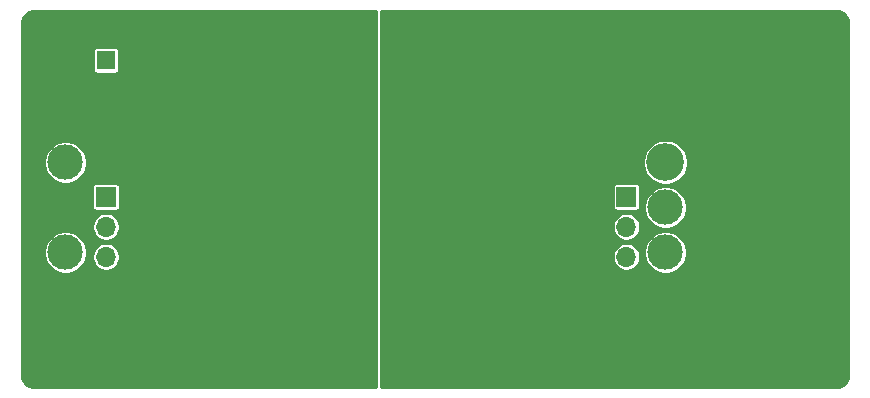
<source format=gbr>
%TF.GenerationSoftware,KiCad,Pcbnew,(5.1.12)-1*%
%TF.CreationDate,2022-03-31T08:39:47-05:00*%
%TF.ProjectId,Power_Board,506f7765-725f-4426-9f61-72642e6b6963,rev?*%
%TF.SameCoordinates,Original*%
%TF.FileFunction,Copper,L2,Bot*%
%TF.FilePolarity,Positive*%
%FSLAX46Y46*%
G04 Gerber Fmt 4.6, Leading zero omitted, Abs format (unit mm)*
G04 Created by KiCad (PCBNEW (5.1.12)-1) date 2022-03-31 08:39:47*
%MOMM*%
%LPD*%
G01*
G04 APERTURE LIST*
%TA.AperFunction,ComponentPad*%
%ADD10C,3.000000*%
%TD*%
%TA.AperFunction,ComponentPad*%
%ADD11C,3.200000*%
%TD*%
%TA.AperFunction,ComponentPad*%
%ADD12R,1.600000X1.600000*%
%TD*%
%TA.AperFunction,ComponentPad*%
%ADD13C,1.600000*%
%TD*%
%TA.AperFunction,ComponentPad*%
%ADD14R,1.700000X1.700000*%
%TD*%
%TA.AperFunction,ComponentPad*%
%ADD15O,1.700000X1.700000*%
%TD*%
%TA.AperFunction,ViaPad*%
%ADD16C,0.800000*%
%TD*%
%TA.AperFunction,Conductor*%
%ADD17C,0.254000*%
%TD*%
%TA.AperFunction,Conductor*%
%ADD18C,0.100000*%
%TD*%
G04 APERTURE END LIST*
D10*
%TO.P,U5,1*%
%TO.N,VOUT+*%
X117729000Y-84328000D03*
%TO.P,U5,2*%
%TO.N,PWRGD*%
X117729000Y-91948000D03*
%TO.P,U5,3*%
%TO.N,VOUT-*%
X117729000Y-99568000D03*
D11*
%TO.P,U5,4*%
%TO.N,GND*%
X168529000Y-99568000D03*
D10*
%TO.P,U5,5*%
X168529000Y-95758000D03*
%TO.P,U5,6*%
%TO.N,Net-(U5-Pad6)*%
X168529000Y-91948000D03*
%TO.P,U5,7*%
%TO.N,+12V*%
X168529000Y-88138000D03*
D11*
%TO.P,U5,8*%
X168529000Y-84328000D03*
%TD*%
D12*
%TO.P,C40,1*%
%TO.N,VOUT+*%
X121158000Y-75692000D03*
D13*
%TO.P,C40,2*%
%TO.N,VOUT-*%
X124658000Y-75692000D03*
%TD*%
D14*
%TO.P,J5,1*%
%TO.N,VOUT+*%
X121158000Y-87249000D03*
D15*
%TO.P,J5,2*%
X121158000Y-89789000D03*
%TO.P,J5,3*%
%TO.N,PWRGD*%
X121158000Y-92329000D03*
%TO.P,J5,4*%
%TO.N,VOUT-*%
X121158000Y-94869000D03*
%TO.P,J5,5*%
X121158000Y-97409000D03*
%TD*%
%TO.P,J10,5*%
%TO.N,GND*%
X165227000Y-97409000D03*
%TO.P,J10,4*%
X165227000Y-94869000D03*
%TO.P,J10,3*%
%TO.N,+3V3*%
X165227000Y-92329000D03*
%TO.P,J10,2*%
%TO.N,+12V*%
X165227000Y-89789000D03*
D14*
%TO.P,J10,1*%
X165227000Y-87249000D03*
%TD*%
D16*
%TO.N,GND*%
X156591000Y-77216000D03*
X176784000Y-81788000D03*
X174625000Y-78232000D03*
%TD*%
D17*
%TO.N,VOUT-*%
X144018000Y-103353000D02*
X115075641Y-103353000D01*
X114869777Y-103332815D01*
X114684870Y-103276988D01*
X114514330Y-103186310D01*
X114364651Y-103064235D01*
X114241532Y-102915410D01*
X114149668Y-102745511D01*
X114092552Y-102561003D01*
X114071000Y-102355946D01*
X114071000Y-91768056D01*
X115902000Y-91768056D01*
X115902000Y-92127944D01*
X115972211Y-92480916D01*
X116109934Y-92813409D01*
X116309876Y-93112645D01*
X116564355Y-93367124D01*
X116863591Y-93567066D01*
X117196084Y-93704789D01*
X117549056Y-93775000D01*
X117908944Y-93775000D01*
X118261916Y-93704789D01*
X118594409Y-93567066D01*
X118893645Y-93367124D01*
X119148124Y-93112645D01*
X119348066Y-92813409D01*
X119485789Y-92480916D01*
X119539066Y-92213076D01*
X119981000Y-92213076D01*
X119981000Y-92444924D01*
X120026231Y-92672318D01*
X120114956Y-92886519D01*
X120243764Y-93079294D01*
X120407706Y-93243236D01*
X120600481Y-93372044D01*
X120814682Y-93460769D01*
X121042076Y-93506000D01*
X121273924Y-93506000D01*
X121501318Y-93460769D01*
X121715519Y-93372044D01*
X121908294Y-93243236D01*
X122072236Y-93079294D01*
X122201044Y-92886519D01*
X122289769Y-92672318D01*
X122335000Y-92444924D01*
X122335000Y-92213076D01*
X122289769Y-91985682D01*
X122201044Y-91771481D01*
X122072236Y-91578706D01*
X121908294Y-91414764D01*
X121715519Y-91285956D01*
X121501318Y-91197231D01*
X121273924Y-91152000D01*
X121042076Y-91152000D01*
X120814682Y-91197231D01*
X120600481Y-91285956D01*
X120407706Y-91414764D01*
X120243764Y-91578706D01*
X120114956Y-91771481D01*
X120026231Y-91985682D01*
X119981000Y-92213076D01*
X119539066Y-92213076D01*
X119556000Y-92127944D01*
X119556000Y-91768056D01*
X119485789Y-91415084D01*
X119348066Y-91082591D01*
X119148124Y-90783355D01*
X118893645Y-90528876D01*
X118594409Y-90328934D01*
X118261916Y-90191211D01*
X117908944Y-90121000D01*
X117549056Y-90121000D01*
X117196084Y-90191211D01*
X116863591Y-90328934D01*
X116564355Y-90528876D01*
X116309876Y-90783355D01*
X116109934Y-91082591D01*
X115972211Y-91415084D01*
X115902000Y-91768056D01*
X114071000Y-91768056D01*
X114071000Y-89673076D01*
X119981000Y-89673076D01*
X119981000Y-89904924D01*
X120026231Y-90132318D01*
X120114956Y-90346519D01*
X120243764Y-90539294D01*
X120407706Y-90703236D01*
X120600481Y-90832044D01*
X120814682Y-90920769D01*
X121042076Y-90966000D01*
X121273924Y-90966000D01*
X121501318Y-90920769D01*
X121715519Y-90832044D01*
X121908294Y-90703236D01*
X122072236Y-90539294D01*
X122201044Y-90346519D01*
X122289769Y-90132318D01*
X122335000Y-89904924D01*
X122335000Y-89673076D01*
X122289769Y-89445682D01*
X122201044Y-89231481D01*
X122072236Y-89038706D01*
X121908294Y-88874764D01*
X121715519Y-88745956D01*
X121501318Y-88657231D01*
X121273924Y-88612000D01*
X121042076Y-88612000D01*
X120814682Y-88657231D01*
X120600481Y-88745956D01*
X120407706Y-88874764D01*
X120243764Y-89038706D01*
X120114956Y-89231481D01*
X120026231Y-89445682D01*
X119981000Y-89673076D01*
X114071000Y-89673076D01*
X114071000Y-86399000D01*
X119979418Y-86399000D01*
X119979418Y-88099000D01*
X119985732Y-88163103D01*
X120004430Y-88224743D01*
X120034794Y-88281550D01*
X120075657Y-88331343D01*
X120125450Y-88372206D01*
X120182257Y-88402570D01*
X120243897Y-88421268D01*
X120308000Y-88427582D01*
X122008000Y-88427582D01*
X122072103Y-88421268D01*
X122133743Y-88402570D01*
X122190550Y-88372206D01*
X122240343Y-88331343D01*
X122281206Y-88281550D01*
X122311570Y-88224743D01*
X122330268Y-88163103D01*
X122336582Y-88099000D01*
X122336582Y-86399000D01*
X122330268Y-86334897D01*
X122311570Y-86273257D01*
X122281206Y-86216450D01*
X122240343Y-86166657D01*
X122190550Y-86125794D01*
X122133743Y-86095430D01*
X122072103Y-86076732D01*
X122008000Y-86070418D01*
X120308000Y-86070418D01*
X120243897Y-86076732D01*
X120182257Y-86095430D01*
X120125450Y-86125794D01*
X120075657Y-86166657D01*
X120034794Y-86216450D01*
X120004430Y-86273257D01*
X119985732Y-86334897D01*
X119979418Y-86399000D01*
X114071000Y-86399000D01*
X114071000Y-84148056D01*
X115902000Y-84148056D01*
X115902000Y-84507944D01*
X115972211Y-84860916D01*
X116109934Y-85193409D01*
X116309876Y-85492645D01*
X116564355Y-85747124D01*
X116863591Y-85947066D01*
X117196084Y-86084789D01*
X117549056Y-86155000D01*
X117908944Y-86155000D01*
X118261916Y-86084789D01*
X118594409Y-85947066D01*
X118893645Y-85747124D01*
X119148124Y-85492645D01*
X119348066Y-85193409D01*
X119485789Y-84860916D01*
X119556000Y-84507944D01*
X119556000Y-84148056D01*
X119485789Y-83795084D01*
X119348066Y-83462591D01*
X119148124Y-83163355D01*
X118893645Y-82908876D01*
X118594409Y-82708934D01*
X118261916Y-82571211D01*
X117908944Y-82501000D01*
X117549056Y-82501000D01*
X117196084Y-82571211D01*
X116863591Y-82708934D01*
X116564355Y-82908876D01*
X116309876Y-83163355D01*
X116109934Y-83462591D01*
X115972211Y-83795084D01*
X115902000Y-84148056D01*
X114071000Y-84148056D01*
X114071000Y-74892000D01*
X120029418Y-74892000D01*
X120029418Y-76492000D01*
X120035732Y-76556103D01*
X120054430Y-76617743D01*
X120084794Y-76674550D01*
X120125657Y-76724343D01*
X120175450Y-76765206D01*
X120232257Y-76795570D01*
X120293897Y-76814268D01*
X120358000Y-76820582D01*
X121958000Y-76820582D01*
X122022103Y-76814268D01*
X122083743Y-76795570D01*
X122140550Y-76765206D01*
X122190343Y-76724343D01*
X122231206Y-76674550D01*
X122261570Y-76617743D01*
X122280268Y-76556103D01*
X122286582Y-76492000D01*
X122286582Y-74892000D01*
X122280268Y-74827897D01*
X122261570Y-74766257D01*
X122231206Y-74709450D01*
X122190343Y-74659657D01*
X122140550Y-74618794D01*
X122083743Y-74588430D01*
X122022103Y-74569732D01*
X121958000Y-74563418D01*
X120358000Y-74563418D01*
X120293897Y-74569732D01*
X120232257Y-74588430D01*
X120175450Y-74618794D01*
X120125657Y-74659657D01*
X120084794Y-74709450D01*
X120054430Y-74766257D01*
X120035732Y-74827897D01*
X120029418Y-74892000D01*
X114071000Y-74892000D01*
X114071000Y-72530641D01*
X114091185Y-72324777D01*
X114147012Y-72139870D01*
X114237688Y-71969332D01*
X114359762Y-71819653D01*
X114508590Y-71696532D01*
X114678493Y-71604666D01*
X114862997Y-71547552D01*
X115068054Y-71526000D01*
X144018000Y-71526000D01*
X144018000Y-103353000D01*
%TA.AperFunction,Conductor*%
D18*
G36*
X144018000Y-103353000D02*
G01*
X115075641Y-103353000D01*
X114869777Y-103332815D01*
X114684870Y-103276988D01*
X114514330Y-103186310D01*
X114364651Y-103064235D01*
X114241532Y-102915410D01*
X114149668Y-102745511D01*
X114092552Y-102561003D01*
X114071000Y-102355946D01*
X114071000Y-91768056D01*
X115902000Y-91768056D01*
X115902000Y-92127944D01*
X115972211Y-92480916D01*
X116109934Y-92813409D01*
X116309876Y-93112645D01*
X116564355Y-93367124D01*
X116863591Y-93567066D01*
X117196084Y-93704789D01*
X117549056Y-93775000D01*
X117908944Y-93775000D01*
X118261916Y-93704789D01*
X118594409Y-93567066D01*
X118893645Y-93367124D01*
X119148124Y-93112645D01*
X119348066Y-92813409D01*
X119485789Y-92480916D01*
X119539066Y-92213076D01*
X119981000Y-92213076D01*
X119981000Y-92444924D01*
X120026231Y-92672318D01*
X120114956Y-92886519D01*
X120243764Y-93079294D01*
X120407706Y-93243236D01*
X120600481Y-93372044D01*
X120814682Y-93460769D01*
X121042076Y-93506000D01*
X121273924Y-93506000D01*
X121501318Y-93460769D01*
X121715519Y-93372044D01*
X121908294Y-93243236D01*
X122072236Y-93079294D01*
X122201044Y-92886519D01*
X122289769Y-92672318D01*
X122335000Y-92444924D01*
X122335000Y-92213076D01*
X122289769Y-91985682D01*
X122201044Y-91771481D01*
X122072236Y-91578706D01*
X121908294Y-91414764D01*
X121715519Y-91285956D01*
X121501318Y-91197231D01*
X121273924Y-91152000D01*
X121042076Y-91152000D01*
X120814682Y-91197231D01*
X120600481Y-91285956D01*
X120407706Y-91414764D01*
X120243764Y-91578706D01*
X120114956Y-91771481D01*
X120026231Y-91985682D01*
X119981000Y-92213076D01*
X119539066Y-92213076D01*
X119556000Y-92127944D01*
X119556000Y-91768056D01*
X119485789Y-91415084D01*
X119348066Y-91082591D01*
X119148124Y-90783355D01*
X118893645Y-90528876D01*
X118594409Y-90328934D01*
X118261916Y-90191211D01*
X117908944Y-90121000D01*
X117549056Y-90121000D01*
X117196084Y-90191211D01*
X116863591Y-90328934D01*
X116564355Y-90528876D01*
X116309876Y-90783355D01*
X116109934Y-91082591D01*
X115972211Y-91415084D01*
X115902000Y-91768056D01*
X114071000Y-91768056D01*
X114071000Y-89673076D01*
X119981000Y-89673076D01*
X119981000Y-89904924D01*
X120026231Y-90132318D01*
X120114956Y-90346519D01*
X120243764Y-90539294D01*
X120407706Y-90703236D01*
X120600481Y-90832044D01*
X120814682Y-90920769D01*
X121042076Y-90966000D01*
X121273924Y-90966000D01*
X121501318Y-90920769D01*
X121715519Y-90832044D01*
X121908294Y-90703236D01*
X122072236Y-90539294D01*
X122201044Y-90346519D01*
X122289769Y-90132318D01*
X122335000Y-89904924D01*
X122335000Y-89673076D01*
X122289769Y-89445682D01*
X122201044Y-89231481D01*
X122072236Y-89038706D01*
X121908294Y-88874764D01*
X121715519Y-88745956D01*
X121501318Y-88657231D01*
X121273924Y-88612000D01*
X121042076Y-88612000D01*
X120814682Y-88657231D01*
X120600481Y-88745956D01*
X120407706Y-88874764D01*
X120243764Y-89038706D01*
X120114956Y-89231481D01*
X120026231Y-89445682D01*
X119981000Y-89673076D01*
X114071000Y-89673076D01*
X114071000Y-86399000D01*
X119979418Y-86399000D01*
X119979418Y-88099000D01*
X119985732Y-88163103D01*
X120004430Y-88224743D01*
X120034794Y-88281550D01*
X120075657Y-88331343D01*
X120125450Y-88372206D01*
X120182257Y-88402570D01*
X120243897Y-88421268D01*
X120308000Y-88427582D01*
X122008000Y-88427582D01*
X122072103Y-88421268D01*
X122133743Y-88402570D01*
X122190550Y-88372206D01*
X122240343Y-88331343D01*
X122281206Y-88281550D01*
X122311570Y-88224743D01*
X122330268Y-88163103D01*
X122336582Y-88099000D01*
X122336582Y-86399000D01*
X122330268Y-86334897D01*
X122311570Y-86273257D01*
X122281206Y-86216450D01*
X122240343Y-86166657D01*
X122190550Y-86125794D01*
X122133743Y-86095430D01*
X122072103Y-86076732D01*
X122008000Y-86070418D01*
X120308000Y-86070418D01*
X120243897Y-86076732D01*
X120182257Y-86095430D01*
X120125450Y-86125794D01*
X120075657Y-86166657D01*
X120034794Y-86216450D01*
X120004430Y-86273257D01*
X119985732Y-86334897D01*
X119979418Y-86399000D01*
X114071000Y-86399000D01*
X114071000Y-84148056D01*
X115902000Y-84148056D01*
X115902000Y-84507944D01*
X115972211Y-84860916D01*
X116109934Y-85193409D01*
X116309876Y-85492645D01*
X116564355Y-85747124D01*
X116863591Y-85947066D01*
X117196084Y-86084789D01*
X117549056Y-86155000D01*
X117908944Y-86155000D01*
X118261916Y-86084789D01*
X118594409Y-85947066D01*
X118893645Y-85747124D01*
X119148124Y-85492645D01*
X119348066Y-85193409D01*
X119485789Y-84860916D01*
X119556000Y-84507944D01*
X119556000Y-84148056D01*
X119485789Y-83795084D01*
X119348066Y-83462591D01*
X119148124Y-83163355D01*
X118893645Y-82908876D01*
X118594409Y-82708934D01*
X118261916Y-82571211D01*
X117908944Y-82501000D01*
X117549056Y-82501000D01*
X117196084Y-82571211D01*
X116863591Y-82708934D01*
X116564355Y-82908876D01*
X116309876Y-83163355D01*
X116109934Y-83462591D01*
X115972211Y-83795084D01*
X115902000Y-84148056D01*
X114071000Y-84148056D01*
X114071000Y-74892000D01*
X120029418Y-74892000D01*
X120029418Y-76492000D01*
X120035732Y-76556103D01*
X120054430Y-76617743D01*
X120084794Y-76674550D01*
X120125657Y-76724343D01*
X120175450Y-76765206D01*
X120232257Y-76795570D01*
X120293897Y-76814268D01*
X120358000Y-76820582D01*
X121958000Y-76820582D01*
X122022103Y-76814268D01*
X122083743Y-76795570D01*
X122140550Y-76765206D01*
X122190343Y-76724343D01*
X122231206Y-76674550D01*
X122261570Y-76617743D01*
X122280268Y-76556103D01*
X122286582Y-76492000D01*
X122286582Y-74892000D01*
X122280268Y-74827897D01*
X122261570Y-74766257D01*
X122231206Y-74709450D01*
X122190343Y-74659657D01*
X122140550Y-74618794D01*
X122083743Y-74588430D01*
X122022103Y-74569732D01*
X121958000Y-74563418D01*
X120358000Y-74563418D01*
X120293897Y-74569732D01*
X120232257Y-74588430D01*
X120175450Y-74618794D01*
X120125657Y-74659657D01*
X120084794Y-74709450D01*
X120054430Y-74766257D01*
X120035732Y-74827897D01*
X120029418Y-74892000D01*
X114071000Y-74892000D01*
X114071000Y-72530641D01*
X114091185Y-72324777D01*
X114147012Y-72139870D01*
X114237688Y-71969332D01*
X114359762Y-71819653D01*
X114508590Y-71696532D01*
X114678493Y-71604666D01*
X114862997Y-71547552D01*
X115068054Y-71526000D01*
X144018000Y-71526000D01*
X144018000Y-103353000D01*
G37*
%TD.AperFunction*%
%TD*%
D17*
%TO.N,GND*%
X183199223Y-71546185D02*
X183384130Y-71602012D01*
X183554668Y-71692688D01*
X183704347Y-71814762D01*
X183827468Y-71963590D01*
X183919334Y-72133493D01*
X183976448Y-72317997D01*
X183998001Y-72523063D01*
X183998000Y-102348359D01*
X183977815Y-102554223D01*
X183921988Y-102739130D01*
X183831310Y-102909670D01*
X183709235Y-103059349D01*
X183560410Y-103182468D01*
X183390511Y-103274332D01*
X183206003Y-103331448D01*
X183000946Y-103353000D01*
X144472000Y-103353000D01*
X144472000Y-92213076D01*
X164050000Y-92213076D01*
X164050000Y-92444924D01*
X164095231Y-92672318D01*
X164183956Y-92886519D01*
X164312764Y-93079294D01*
X164476706Y-93243236D01*
X164669481Y-93372044D01*
X164883682Y-93460769D01*
X165111076Y-93506000D01*
X165342924Y-93506000D01*
X165570318Y-93460769D01*
X165784519Y-93372044D01*
X165977294Y-93243236D01*
X166141236Y-93079294D01*
X166270044Y-92886519D01*
X166358769Y-92672318D01*
X166404000Y-92444924D01*
X166404000Y-92213076D01*
X166358769Y-91985682D01*
X166270044Y-91771481D01*
X166267756Y-91768056D01*
X166702000Y-91768056D01*
X166702000Y-92127944D01*
X166772211Y-92480916D01*
X166909934Y-92813409D01*
X167109876Y-93112645D01*
X167364355Y-93367124D01*
X167663591Y-93567066D01*
X167996084Y-93704789D01*
X168349056Y-93775000D01*
X168708944Y-93775000D01*
X169061916Y-93704789D01*
X169394409Y-93567066D01*
X169693645Y-93367124D01*
X169948124Y-93112645D01*
X170148066Y-92813409D01*
X170285789Y-92480916D01*
X170356000Y-92127944D01*
X170356000Y-91768056D01*
X170285789Y-91415084D01*
X170148066Y-91082591D01*
X169948124Y-90783355D01*
X169693645Y-90528876D01*
X169394409Y-90328934D01*
X169061916Y-90191211D01*
X168708944Y-90121000D01*
X168349056Y-90121000D01*
X167996084Y-90191211D01*
X167663591Y-90328934D01*
X167364355Y-90528876D01*
X167109876Y-90783355D01*
X166909934Y-91082591D01*
X166772211Y-91415084D01*
X166702000Y-91768056D01*
X166267756Y-91768056D01*
X166141236Y-91578706D01*
X165977294Y-91414764D01*
X165784519Y-91285956D01*
X165570318Y-91197231D01*
X165342924Y-91152000D01*
X165111076Y-91152000D01*
X164883682Y-91197231D01*
X164669481Y-91285956D01*
X164476706Y-91414764D01*
X164312764Y-91578706D01*
X164183956Y-91771481D01*
X164095231Y-91985682D01*
X164050000Y-92213076D01*
X144472000Y-92213076D01*
X144472000Y-89673076D01*
X164050000Y-89673076D01*
X164050000Y-89904924D01*
X164095231Y-90132318D01*
X164183956Y-90346519D01*
X164312764Y-90539294D01*
X164476706Y-90703236D01*
X164669481Y-90832044D01*
X164883682Y-90920769D01*
X165111076Y-90966000D01*
X165342924Y-90966000D01*
X165570318Y-90920769D01*
X165784519Y-90832044D01*
X165977294Y-90703236D01*
X166141236Y-90539294D01*
X166270044Y-90346519D01*
X166358769Y-90132318D01*
X166404000Y-89904924D01*
X166404000Y-89673076D01*
X166358769Y-89445682D01*
X166270044Y-89231481D01*
X166141236Y-89038706D01*
X165977294Y-88874764D01*
X165784519Y-88745956D01*
X165570318Y-88657231D01*
X165342924Y-88612000D01*
X165111076Y-88612000D01*
X164883682Y-88657231D01*
X164669481Y-88745956D01*
X164476706Y-88874764D01*
X164312764Y-89038706D01*
X164183956Y-89231481D01*
X164095231Y-89445682D01*
X164050000Y-89673076D01*
X144472000Y-89673076D01*
X144472000Y-86399000D01*
X164048418Y-86399000D01*
X164048418Y-88099000D01*
X164054732Y-88163103D01*
X164073430Y-88224743D01*
X164103794Y-88281550D01*
X164144657Y-88331343D01*
X164194450Y-88372206D01*
X164251257Y-88402570D01*
X164312897Y-88421268D01*
X164377000Y-88427582D01*
X166077000Y-88427582D01*
X166141103Y-88421268D01*
X166202743Y-88402570D01*
X166259550Y-88372206D01*
X166309343Y-88331343D01*
X166350206Y-88281550D01*
X166380570Y-88224743D01*
X166399268Y-88163103D01*
X166405582Y-88099000D01*
X166405582Y-87958056D01*
X166702000Y-87958056D01*
X166702000Y-88317944D01*
X166772211Y-88670916D01*
X166909934Y-89003409D01*
X167109876Y-89302645D01*
X167364355Y-89557124D01*
X167663591Y-89757066D01*
X167996084Y-89894789D01*
X168349056Y-89965000D01*
X168708944Y-89965000D01*
X169061916Y-89894789D01*
X169394409Y-89757066D01*
X169693645Y-89557124D01*
X169948124Y-89302645D01*
X170148066Y-89003409D01*
X170285789Y-88670916D01*
X170356000Y-88317944D01*
X170356000Y-87958056D01*
X170285789Y-87605084D01*
X170148066Y-87272591D01*
X169948124Y-86973355D01*
X169693645Y-86718876D01*
X169394409Y-86518934D01*
X169061916Y-86381211D01*
X168708944Y-86311000D01*
X168349056Y-86311000D01*
X167996084Y-86381211D01*
X167663591Y-86518934D01*
X167364355Y-86718876D01*
X167109876Y-86973355D01*
X166909934Y-87272591D01*
X166772211Y-87605084D01*
X166702000Y-87958056D01*
X166405582Y-87958056D01*
X166405582Y-86399000D01*
X166399268Y-86334897D01*
X166380570Y-86273257D01*
X166350206Y-86216450D01*
X166309343Y-86166657D01*
X166259550Y-86125794D01*
X166202743Y-86095430D01*
X166141103Y-86076732D01*
X166077000Y-86070418D01*
X164377000Y-86070418D01*
X164312897Y-86076732D01*
X164251257Y-86095430D01*
X164194450Y-86125794D01*
X164144657Y-86166657D01*
X164103794Y-86216450D01*
X164073430Y-86273257D01*
X164054732Y-86334897D01*
X164048418Y-86399000D01*
X144472000Y-86399000D01*
X144472000Y-84138207D01*
X166602000Y-84138207D01*
X166602000Y-84517793D01*
X166676053Y-84890085D01*
X166821315Y-85240777D01*
X167032201Y-85556391D01*
X167300609Y-85824799D01*
X167616223Y-86035685D01*
X167966915Y-86180947D01*
X168339207Y-86255000D01*
X168718793Y-86255000D01*
X169091085Y-86180947D01*
X169441777Y-86035685D01*
X169757391Y-85824799D01*
X170025799Y-85556391D01*
X170236685Y-85240777D01*
X170381947Y-84890085D01*
X170456000Y-84517793D01*
X170456000Y-84138207D01*
X170381947Y-83765915D01*
X170236685Y-83415223D01*
X170025799Y-83099609D01*
X169757391Y-82831201D01*
X169441777Y-82620315D01*
X169091085Y-82475053D01*
X168718793Y-82401000D01*
X168339207Y-82401000D01*
X167966915Y-82475053D01*
X167616223Y-82620315D01*
X167300609Y-82831201D01*
X167032201Y-83099609D01*
X166821315Y-83415223D01*
X166676053Y-83765915D01*
X166602000Y-84138207D01*
X144472000Y-84138207D01*
X144472000Y-71526000D01*
X182993359Y-71526000D01*
X183199223Y-71546185D01*
%TA.AperFunction,Conductor*%
D18*
G36*
X183199223Y-71546185D02*
G01*
X183384130Y-71602012D01*
X183554668Y-71692688D01*
X183704347Y-71814762D01*
X183827468Y-71963590D01*
X183919334Y-72133493D01*
X183976448Y-72317997D01*
X183998001Y-72523063D01*
X183998000Y-102348359D01*
X183977815Y-102554223D01*
X183921988Y-102739130D01*
X183831310Y-102909670D01*
X183709235Y-103059349D01*
X183560410Y-103182468D01*
X183390511Y-103274332D01*
X183206003Y-103331448D01*
X183000946Y-103353000D01*
X144472000Y-103353000D01*
X144472000Y-92213076D01*
X164050000Y-92213076D01*
X164050000Y-92444924D01*
X164095231Y-92672318D01*
X164183956Y-92886519D01*
X164312764Y-93079294D01*
X164476706Y-93243236D01*
X164669481Y-93372044D01*
X164883682Y-93460769D01*
X165111076Y-93506000D01*
X165342924Y-93506000D01*
X165570318Y-93460769D01*
X165784519Y-93372044D01*
X165977294Y-93243236D01*
X166141236Y-93079294D01*
X166270044Y-92886519D01*
X166358769Y-92672318D01*
X166404000Y-92444924D01*
X166404000Y-92213076D01*
X166358769Y-91985682D01*
X166270044Y-91771481D01*
X166267756Y-91768056D01*
X166702000Y-91768056D01*
X166702000Y-92127944D01*
X166772211Y-92480916D01*
X166909934Y-92813409D01*
X167109876Y-93112645D01*
X167364355Y-93367124D01*
X167663591Y-93567066D01*
X167996084Y-93704789D01*
X168349056Y-93775000D01*
X168708944Y-93775000D01*
X169061916Y-93704789D01*
X169394409Y-93567066D01*
X169693645Y-93367124D01*
X169948124Y-93112645D01*
X170148066Y-92813409D01*
X170285789Y-92480916D01*
X170356000Y-92127944D01*
X170356000Y-91768056D01*
X170285789Y-91415084D01*
X170148066Y-91082591D01*
X169948124Y-90783355D01*
X169693645Y-90528876D01*
X169394409Y-90328934D01*
X169061916Y-90191211D01*
X168708944Y-90121000D01*
X168349056Y-90121000D01*
X167996084Y-90191211D01*
X167663591Y-90328934D01*
X167364355Y-90528876D01*
X167109876Y-90783355D01*
X166909934Y-91082591D01*
X166772211Y-91415084D01*
X166702000Y-91768056D01*
X166267756Y-91768056D01*
X166141236Y-91578706D01*
X165977294Y-91414764D01*
X165784519Y-91285956D01*
X165570318Y-91197231D01*
X165342924Y-91152000D01*
X165111076Y-91152000D01*
X164883682Y-91197231D01*
X164669481Y-91285956D01*
X164476706Y-91414764D01*
X164312764Y-91578706D01*
X164183956Y-91771481D01*
X164095231Y-91985682D01*
X164050000Y-92213076D01*
X144472000Y-92213076D01*
X144472000Y-89673076D01*
X164050000Y-89673076D01*
X164050000Y-89904924D01*
X164095231Y-90132318D01*
X164183956Y-90346519D01*
X164312764Y-90539294D01*
X164476706Y-90703236D01*
X164669481Y-90832044D01*
X164883682Y-90920769D01*
X165111076Y-90966000D01*
X165342924Y-90966000D01*
X165570318Y-90920769D01*
X165784519Y-90832044D01*
X165977294Y-90703236D01*
X166141236Y-90539294D01*
X166270044Y-90346519D01*
X166358769Y-90132318D01*
X166404000Y-89904924D01*
X166404000Y-89673076D01*
X166358769Y-89445682D01*
X166270044Y-89231481D01*
X166141236Y-89038706D01*
X165977294Y-88874764D01*
X165784519Y-88745956D01*
X165570318Y-88657231D01*
X165342924Y-88612000D01*
X165111076Y-88612000D01*
X164883682Y-88657231D01*
X164669481Y-88745956D01*
X164476706Y-88874764D01*
X164312764Y-89038706D01*
X164183956Y-89231481D01*
X164095231Y-89445682D01*
X164050000Y-89673076D01*
X144472000Y-89673076D01*
X144472000Y-86399000D01*
X164048418Y-86399000D01*
X164048418Y-88099000D01*
X164054732Y-88163103D01*
X164073430Y-88224743D01*
X164103794Y-88281550D01*
X164144657Y-88331343D01*
X164194450Y-88372206D01*
X164251257Y-88402570D01*
X164312897Y-88421268D01*
X164377000Y-88427582D01*
X166077000Y-88427582D01*
X166141103Y-88421268D01*
X166202743Y-88402570D01*
X166259550Y-88372206D01*
X166309343Y-88331343D01*
X166350206Y-88281550D01*
X166380570Y-88224743D01*
X166399268Y-88163103D01*
X166405582Y-88099000D01*
X166405582Y-87958056D01*
X166702000Y-87958056D01*
X166702000Y-88317944D01*
X166772211Y-88670916D01*
X166909934Y-89003409D01*
X167109876Y-89302645D01*
X167364355Y-89557124D01*
X167663591Y-89757066D01*
X167996084Y-89894789D01*
X168349056Y-89965000D01*
X168708944Y-89965000D01*
X169061916Y-89894789D01*
X169394409Y-89757066D01*
X169693645Y-89557124D01*
X169948124Y-89302645D01*
X170148066Y-89003409D01*
X170285789Y-88670916D01*
X170356000Y-88317944D01*
X170356000Y-87958056D01*
X170285789Y-87605084D01*
X170148066Y-87272591D01*
X169948124Y-86973355D01*
X169693645Y-86718876D01*
X169394409Y-86518934D01*
X169061916Y-86381211D01*
X168708944Y-86311000D01*
X168349056Y-86311000D01*
X167996084Y-86381211D01*
X167663591Y-86518934D01*
X167364355Y-86718876D01*
X167109876Y-86973355D01*
X166909934Y-87272591D01*
X166772211Y-87605084D01*
X166702000Y-87958056D01*
X166405582Y-87958056D01*
X166405582Y-86399000D01*
X166399268Y-86334897D01*
X166380570Y-86273257D01*
X166350206Y-86216450D01*
X166309343Y-86166657D01*
X166259550Y-86125794D01*
X166202743Y-86095430D01*
X166141103Y-86076732D01*
X166077000Y-86070418D01*
X164377000Y-86070418D01*
X164312897Y-86076732D01*
X164251257Y-86095430D01*
X164194450Y-86125794D01*
X164144657Y-86166657D01*
X164103794Y-86216450D01*
X164073430Y-86273257D01*
X164054732Y-86334897D01*
X164048418Y-86399000D01*
X144472000Y-86399000D01*
X144472000Y-84138207D01*
X166602000Y-84138207D01*
X166602000Y-84517793D01*
X166676053Y-84890085D01*
X166821315Y-85240777D01*
X167032201Y-85556391D01*
X167300609Y-85824799D01*
X167616223Y-86035685D01*
X167966915Y-86180947D01*
X168339207Y-86255000D01*
X168718793Y-86255000D01*
X169091085Y-86180947D01*
X169441777Y-86035685D01*
X169757391Y-85824799D01*
X170025799Y-85556391D01*
X170236685Y-85240777D01*
X170381947Y-84890085D01*
X170456000Y-84517793D01*
X170456000Y-84138207D01*
X170381947Y-83765915D01*
X170236685Y-83415223D01*
X170025799Y-83099609D01*
X169757391Y-82831201D01*
X169441777Y-82620315D01*
X169091085Y-82475053D01*
X168718793Y-82401000D01*
X168339207Y-82401000D01*
X167966915Y-82475053D01*
X167616223Y-82620315D01*
X167300609Y-82831201D01*
X167032201Y-83099609D01*
X166821315Y-83415223D01*
X166676053Y-83765915D01*
X166602000Y-84138207D01*
X144472000Y-84138207D01*
X144472000Y-71526000D01*
X182993359Y-71526000D01*
X183199223Y-71546185D01*
G37*
%TD.AperFunction*%
%TD*%
M02*

</source>
